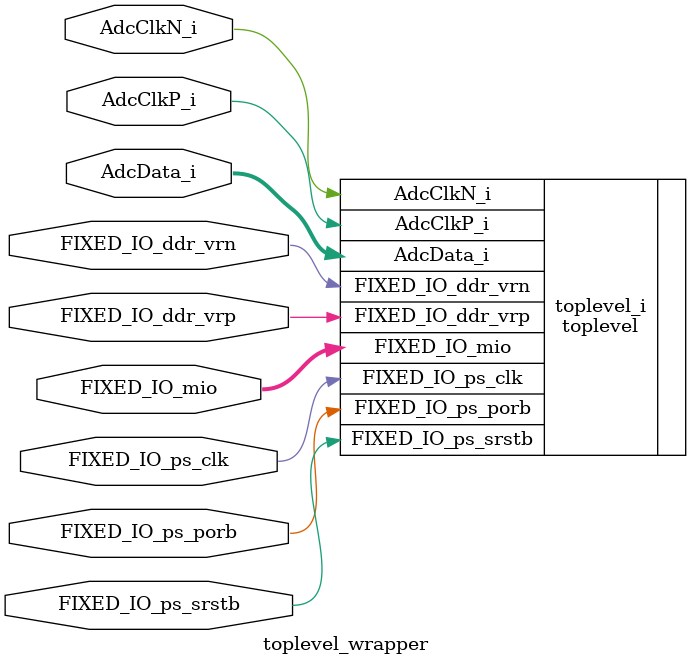
<source format=v>
`timescale 1 ps / 1 ps

module toplevel_wrapper
   (AdcClkN_i,
    AdcClkP_i,
    AdcData_i,
    FIXED_IO_ddr_vrn,
    FIXED_IO_ddr_vrp,
    FIXED_IO_mio,
    FIXED_IO_ps_clk,
    FIXED_IO_ps_porb,
    FIXED_IO_ps_srstb);
  input AdcClkN_i;
  input AdcClkP_i;
  input [15:0]AdcData_i;
  inout FIXED_IO_ddr_vrn;
  inout FIXED_IO_ddr_vrp;
  inout [53:0]FIXED_IO_mio;
  inout FIXED_IO_ps_clk;
  inout FIXED_IO_ps_porb;
  inout FIXED_IO_ps_srstb;

  wire AdcClkN_i;
  wire AdcClkP_i;
  wire [15:0]AdcData_i;
  wire FIXED_IO_ddr_vrn;
  wire FIXED_IO_ddr_vrp;
  wire [53:0]FIXED_IO_mio;
  wire FIXED_IO_ps_clk;
  wire FIXED_IO_ps_porb;
  wire FIXED_IO_ps_srstb;

  toplevel toplevel_i
       (.AdcClkN_i(AdcClkN_i),
        .AdcClkP_i(AdcClkP_i),
        .AdcData_i(AdcData_i),
        .FIXED_IO_ddr_vrn(FIXED_IO_ddr_vrn),
        .FIXED_IO_ddr_vrp(FIXED_IO_ddr_vrp),
        .FIXED_IO_mio(FIXED_IO_mio),
        .FIXED_IO_ps_clk(FIXED_IO_ps_clk),
        .FIXED_IO_ps_porb(FIXED_IO_ps_porb),
        .FIXED_IO_ps_srstb(FIXED_IO_ps_srstb));
endmodule

</source>
